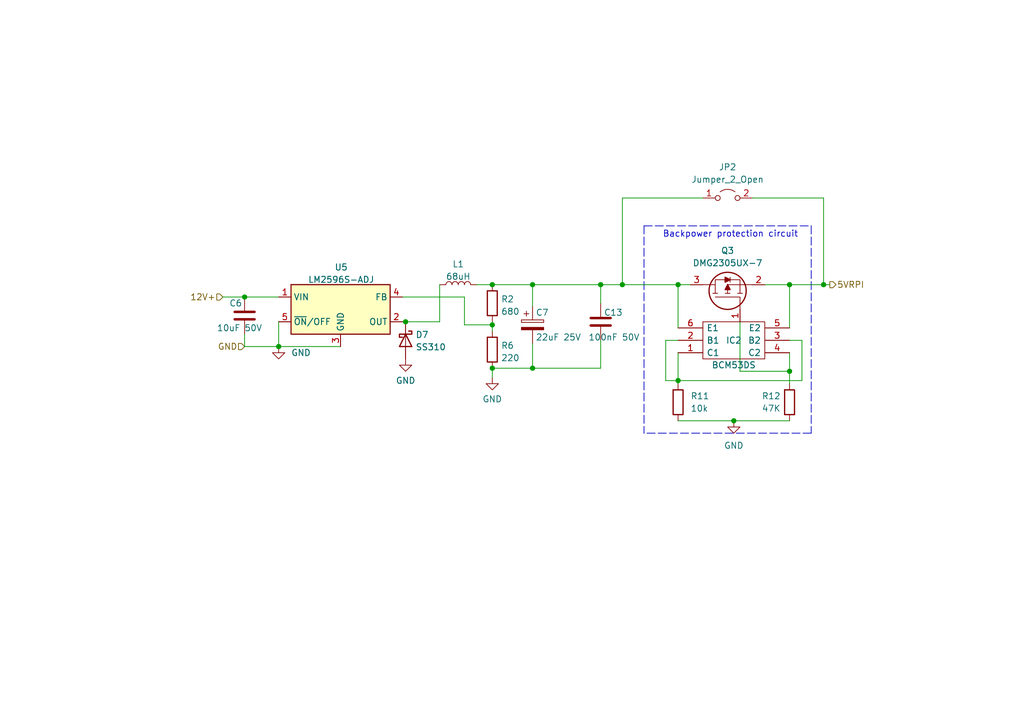
<source format=kicad_sch>
(kicad_sch (version 20211123) (generator eeschema)
  (paper "A5")
  (title_block (title "Rastaban-HAT") (date "2022-11-21") (rev "1.4") (company "HAN") (comment 1 "Casper R. Tak"))
  (lib_symbols
    (symbol "Device:C" (pin_numbers hide) (pin_names (offset 0.254))
      (property "Reference" "C" (at 0.635 2.54 0))
      (property "Value" "C" (at 0.635 -2.54 0))
      (symbol "C_0_1"
        (polyline (pts (xy -2.032 -0.762) (xy 2.032 -0.762)) (stroke (width 0.508)))
        (polyline (pts (xy -2.032 0.762) (xy 2.032 0.762)) (stroke (width 0.508)))
      )
      (symbol "C_1_1"
        (pin passive line (at 0 3.81 270) (length 2.794) (name "~") (number "1"))
        (pin passive line (at 0 -3.81 90) (length 2.794) (name "~") (number "2"))
      )
    )
    (symbol "Device:C_Polarized" (pin_numbers hide) (pin_names (offset 0.254))
      (property "Reference" "C" (at 0.635 2.54 0))
      (property "Value" "C_Polarized" (at 0.635 -2.54 0))
      (symbol "C_Polarized_0_1"
        (rectangle (start -2.286 0.508) (end 2.286 1.016))
        (polyline (pts (xy -1.778 2.286) (xy -0.762 2.286)))
        (polyline (pts (xy -1.27 2.794) (xy -1.27 1.778)))
        (rectangle (start 2.286 -0.508) (end -2.286 -1.016) (fill (type outline)))
      )
      (symbol "C_Polarized_1_1"
        (pin passive line (at 0 3.81 270) (length 2.794) (name "~") (number "1"))
        (pin passive line (at 0 -3.81 90) (length 2.794) (name "~") (number "2"))
      )
    )
    (symbol "Device:D_Schottky" (pin_numbers hide) (pin_names (offset 1.016) hide)
      (property "Reference" "D" (at 0 2.54 0))
      (property "Value" "D_Schottky" (at 0 -2.54 0))
      (symbol "D_Schottky_0_1"
        (polyline (pts (xy 1.27 0) (xy -1.27 0)))
        (polyline (pts (xy 1.27 1.27) (xy 1.27 -1.27) (xy -1.27 0) (xy 1.27 1.27)) (stroke (width 0.254)))
        (polyline (pts (xy -1.905 0.635) (xy -1.905 1.27) (xy -1.27 1.27) (xy -1.27 -1.27) (xy -0.635 -1.27) (xy -0.635 -0.635)) (stroke (width 0.254)))
      )
      (symbol "D_Schottky_1_1"
        (pin passive line (at -3.81 0 0) (length 2.54) (name "K") (number "1"))
        (pin passive line (at 3.81 0 180) (length 2.54) (name "A") (number "2"))
      )
    )
    (symbol "Device:L" (pin_numbers hide) (pin_names (offset 1.016) hide)
      (property "Reference" "L" (at -1.27 0 90))
      (property "Value" "L" (at 1.905 0 90))
      (symbol "L_0_1"
        (arc (start 0 -2.54) (mid 0.635 -1.905) (end 0 -1.27))
        (arc (start 0 -1.27) (mid 0.635 -0.635) (end 0 0))
        (arc (start 0 0) (mid 0.635 0.635) (end 0 1.27))
        (arc (start 0 1.27) (mid 0.635 1.905) (end 0 2.54))
      )
      (symbol "L_1_1"
        (pin passive line (at 0 3.81 270) (length 1.27) (name "1") (number "1"))
        (pin passive line (at 0 -3.81 90) (length 1.27) (name "2") (number "2"))
      )
    )
    (symbol "Device:R" (pin_numbers hide) (pin_names (offset 0))
      (property "Reference" "R" (at 2.032 0 90))
      (property "Value" "R" (at 0 0 90))
      (symbol "R_0_1"
        (rectangle (start -1.016 -2.54) (end 1.016 2.54) (stroke (width 0.254)))
      )
      (symbol "R_1_1"
        (pin passive line (at 0 3.81 270) (length 1.27) (name "~") (number "1"))
        (pin passive line (at 0 -3.81 90) (length 1.27) (name "~") (number "2"))
      )
    )
    (symbol "Jumper:Jumper_2_Open" (pin_names (offset 0) hide)
      (property "Reference" "JP" (at 0 2.794 0))
      (property "Value" "Jumper_2_Open" (at 0 -2.286 0))
      (symbol "Jumper_2_Open_0_0"
        (circle (center -2.032 0) (radius 0.508))
        (circle (center 2.032 0) (radius 0.508))
      )
      (symbol "Jumper_2_Open_0_1"
        (arc (start 1.524 1.27) (mid 0 1.778) (end -1.524 1.27))
      )
      (symbol "Jumper_2_Open_1_1"
        (pin passive line (at -5.08 0 0) (length 2.54) (name "A") (number "1"))
        (pin passive line (at 5.08 0 180) (length 2.54) (name "B") (number "2"))
      )
    )
    (symbol "Regulator_Switching:LM2596S-ADJ"
      (property "Reference" "U" (at -10.16 6.35 0))
      (property "Value" "LM2596S-ADJ" (at 0 6.35 0))
      (symbol "LM2596S-ADJ_0_1"
        (rectangle (start -10.16 5.08) (end 10.16 -5.08) (stroke (width 0.254)) (fill (type background)))
      )
      (symbol "LM2596S-ADJ_1_1"
        (pin power_in line (at -12.7 2.54 0) (length 2.54) (name "VIN") (number "1"))
        (pin output line (at 12.7 -2.54 180) (length 2.54) (name "OUT") (number "2"))
        (pin power_in line (at 0 -7.62 90) (length 2.54) (name "GND") (number "3"))
        (pin input line (at 12.7 2.54 180) (length 2.54) (name "FB") (number "4"))
        (pin input line (at -12.7 -2.54 0) (length 2.54) (name "~{ON}/OFF") (number "5"))
      )
    )
    (symbol "SamacSys_Parts:DMG2305UX-7" (pin_names (offset 0.762))
      (property "Reference" "Q" (at 11.43 3.81 0))
      (property "Value" "DMG2305UX-7" (at 11.43 1.27 0))
      (symbol "DMG2305UX-7_0_0"
        (pin passive line (at 0 0 0) (length 2.54) (name "~") (number "1"))
        (pin passive line (at 7.62 -5.08 90) (length 2.54) (name "~") (number "2"))
        (pin passive line (at 7.62 10.16 270) (length 2.54) (name "~") (number "3"))
      )
      (symbol "DMG2305UX-7_0_1"
        (polyline (pts (xy 5.842 -0.508) (xy 5.842 0.508)) (stroke (width 0.1524)))
        (polyline (pts (xy 5.842 0) (xy 7.62 0)) (stroke (width 0.1524)))
        (polyline (pts (xy 5.842 2.032) (xy 5.842 3.048)) (stroke (width 0.1524)))
        (polyline (pts (xy 5.842 5.588) (xy 5.842 4.572)) (stroke (width 0.1524)))
        (polyline (pts (xy 7.62 2.54) (xy 5.842 2.54)) (stroke (width 0.1524)))
        (polyline (pts (xy 7.62 2.54) (xy 7.62 -2.54)) (stroke (width 0.1524)))
        (polyline (pts (xy 7.62 5.08) (xy 5.842 5.08)) (stroke (width 0.1524)))
        (polyline (pts (xy 7.62 5.08) (xy 7.62 7.62)) (stroke (width 0.1524)))
        (polyline (pts (xy 8.128 2.032) (xy 9.144 2.032)) (stroke (width 0.1524)))
        (polyline (pts (xy 2.54 0) (xy 5.08 0) (xy 5.08 5.08)) (stroke (width 0.1524)))
        (polyline (pts (xy 8.636 2.032) (xy 8.636 0) (xy 7.62 0)) (stroke (width 0.1524)))
        (polyline (pts (xy 8.636 3.048) (xy 8.636 5.08) (xy 7.62 5.08)) (stroke (width 0.1524)))
        (polyline (pts (xy 7.62 2.54) (xy 6.604 3.048) (xy 6.604 2.032) (xy 7.62 2.54)) (stroke (width 0.254)) (fill (type outline)))
        (polyline (pts (xy 8.636 2.032) (xy 8.128 3.048) (xy 9.144 3.048) (xy 8.636 2.032)) (stroke (width 0.254)) (fill (type outline)))
        (circle (center 6.35 2.54) (radius 3.81) (stroke (width 0.254)))
      )
    )
    (symbol "SamacSys_Parts:DMMT5401-7-F" (pin_names (offset 0.762))
      (property "Reference" "IC?" (at 11.43 8.255 0))
      (property "Value" "DMMT5401-7-F" (at 11.43 5.715 0))
      (symbol "DMMT5401-7-F_0_0"
        (pin passive line (at 0 -5.08 0) (length 5.08) (name "C1") (number "1"))
        (pin passive line (at 0 -2.54 0) (length 5.08) (name "B1") (number "2"))
        (pin passive line (at 22.86 -2.54 180) (length 5.08) (name "B2") (number "3"))
        (pin passive line (at 22.86 -5.08 180) (length 5.08) (name "C2") (number "4"))
        (pin passive line (at 22.86 0 180) (length 5.08) (name "E2") (number "5"))
        (pin passive line (at 0 0 0) (length 5.08) (name "E1") (number "6"))
      )
      (symbol "DMMT5401-7-F_0_1"
        (polyline (pts (xy 5.08 1.27) (xy 17.78 1.27) (xy 17.78 -6.35) (xy 5.08 -6.35) (xy 5.08 1.27)) (stroke (width 0.1524)))
      )
    )
    (symbol "power:GND" (power) (pin_names (offset 0))
      (property "Value" "GND" (at 0 -3.81 0))
      (symbol "GND_0_1"
        (polyline (pts (xy 0 0) (xy 0 -1.27) (xy 1.27 -1.27) (xy 0 -2.54) (xy -1.27 -1.27) (xy 0 -1.27)))
      )
      (symbol "GND_1_1"
        (pin power_in line (at 0 0 270) (length 0) hide (name "GND") (number "1"))
      )
    )
  )
  (junction (at 57.15 71.12))
  (junction (at 161.925 76.2))
  (junction (at 109.22 75.565))
  (junction (at 168.91 58.42))
  (junction (at 50.165 60.96))
  (junction (at 139.065 58.42))
  (junction (at 100.965 75.565))
  (junction (at 161.925 58.42))
  (junction (at 123.19 58.42))
  (junction (at 150.495 86.36))
  (junction (at 139.065 78.105))
  (junction (at 100.965 58.42))
  (junction (at 127.635 58.42))
  (junction (at 100.965 66.675))
  (junction (at 83.185 66.04))
  (junction (at 109.22 58.42))
  (wire (pts (xy 82.55 66.04) (xy 83.185 66.04)))
  (wire (pts (xy 123.19 69.85) (xy 123.19 75.565)))
  (wire (pts (xy 50.165 68.58) (xy 50.165 71.12)))
  (wire (pts (xy 164.465 69.85) (xy 164.465 78.105)))
  (wire (pts (xy 97.79 58.42) (xy 100.965 58.42)))
  (wire (pts (xy 100.965 75.565) (xy 109.22 75.565)))
  (wire (pts (xy 95.25 60.96) (xy 95.25 66.675)))
  (wire (pts (xy 100.965 77.47) (xy 100.965 75.565)))
  (wire (pts (xy 82.55 60.96) (xy 95.25 60.96)))
  (wire (pts (xy 156.845 58.42) (xy 161.925 58.42)))
  (wire (pts (xy 144.145 40.64) (xy 127.635 40.64)))
  (wire (pts (xy 151.765 76.2) (xy 161.925 76.2)))
  (wire (pts (xy 90.17 66.04) (xy 90.17 58.42)))
  (wire (pts (xy 123.19 58.42) (xy 127.635 58.42)))
  (wire (pts (xy 50.165 60.96) (xy 57.15 60.96)))
  (wire (pts (xy 150.495 86.36) (xy 161.925 86.36)))
  (wire (pts (xy 139.065 58.42) (xy 139.065 67.31)))
  (wire (pts (xy 136.525 78.105) (xy 139.065 78.105)))
  (wire (pts (xy 57.15 71.12) (xy 57.15 66.04)))
  (wire (pts (xy 100.965 66.675) (xy 100.965 67.945)))
  (wire (pts (xy 139.065 69.85) (xy 136.525 69.85)))
  (polyline (pts (xy 132.08 46.355) (xy 132.08 88.9)))
  (wire (pts (xy 136.525 69.85) (xy 136.525 78.105)))
  (wire (pts (xy 139.065 72.39) (xy 139.065 78.105)))
  (wire (pts (xy 154.305 40.64) (xy 168.91 40.64)))
  (wire (pts (xy 161.925 58.42) (xy 168.91 58.42)))
  (polyline (pts (xy 166.37 88.9) (xy 132.08 88.9)))
  (wire (pts (xy 168.91 58.42) (xy 170.18 58.42)))
  (wire (pts (xy 109.22 62.865) (xy 109.22 58.42)))
  (wire (pts (xy 100.965 58.42) (xy 109.22 58.42)))
  (wire (pts (xy 139.065 86.36) (xy 150.495 86.36)))
  (wire (pts (xy 151.765 66.04) (xy 151.765 76.2)))
  (wire (pts (xy 161.925 58.42) (xy 161.925 67.31)))
  (wire (pts (xy 69.85 71.12) (xy 57.15 71.12)))
  (wire (pts (xy 100.965 66.04) (xy 100.965 66.675)))
  (wire (pts (xy 50.165 71.12) (xy 57.15 71.12)))
  (wire (pts (xy 127.635 40.64) (xy 127.635 58.42)))
  (wire (pts (xy 161.925 76.2) (xy 161.925 78.74)))
  (wire (pts (xy 109.22 70.485) (xy 109.22 75.565)))
  (wire (pts (xy 123.19 58.42) (xy 123.19 62.23)))
  (wire (pts (xy 45.72 60.96) (xy 50.165 60.96)))
  (wire (pts (xy 161.925 69.85) (xy 164.465 69.85)))
  (wire (pts (xy 127.635 58.42) (xy 139.065 58.42)))
  (wire (pts (xy 161.925 72.39) (xy 161.925 76.2)))
  (wire (pts (xy 109.22 75.565) (xy 123.19 75.565)))
  (wire (pts (xy 95.25 66.675) (xy 100.965 66.675)))
  (wire (pts (xy 139.065 58.42) (xy 141.605 58.42)))
  (polyline (pts (xy 132.08 46.355) (xy 166.37 46.355)))
  (polyline (pts (xy 166.37 46.355) (xy 166.37 88.9)))
  (wire (pts (xy 139.065 78.105) (xy 139.065 78.74)))
  (wire (pts (xy 83.185 66.04) (xy 90.17 66.04)))
  (wire (pts (xy 164.465 78.105) (xy 139.065 78.105)))
  (wire (pts (xy 109.22 58.42) (xy 123.19 58.42)))
  (wire (pts (xy 168.91 40.64) (xy 168.91 58.42)))
  (text "Backpower protection circuit" (at 135.89 48.895 0) (effects (font (size 1.27 1.27)) (justify left bottom)))
  (hierarchical_label "5VRPI" (shape output) (at 170.18 58.42 0))
  (hierarchical_label "12V+" (shape input) (at 45.72 60.96 180))
  (hierarchical_label "GND" (shape input) (at 50.165 71.12 180))
  (symbol (lib_id "Device:C_Polarized") (at 109.22 66.675 0) (unit 1)
    (property "Reference" "C7" (at 109.855 64.135 0) (effects (justify left)))
    (property "Value" "22uF 25V" (at 109.855 69.215 0) (effects (justify left)))
    (property "Footprint" "Capacitor_SMD:C_0805_2012Metric_Pad1.18x1.45mm_HandSolder" (effects hide))
    (property "LCSC" "C5155340" (effects hide))
  )
  (symbol (lib_id "power:GND") (at 83.185 73.66 0) (unit 1)
    (property "Reference" "#PWR0105" (effects hide))
    (property "Value" "GND" (at 83.185 78.1034 0))
  )
  (symbol (lib_id "power:GND") (at 100.965 77.47 0) (unit 1)
    (property "Reference" "#PWR0103" (effects hide))
    (property "Value" "GND" (at 100.965 81.9134 0))
  )
  (symbol (lib_id "Device:R") (at 161.925 82.55 0) (unit 1)
    (property "Reference" "R12" (at 156.21 81.28 0) (effects (justify left)))
    (property "Value" "47K" (at 156.21 83.82 0) (effects (justify left)))
    (property "Footprint" "Resistor_SMD:R_0805_2012Metric_Pad1.20x1.40mm_HandSolder" (effects hide))
    (property "LCSC" "C102018" (effects hide))
  )
  (symbol (lib_id "SamacSys_Parts:DMG2305UX-7") (at 151.765 66.04 90) (unit 1)
    (property "Reference" "Q3" (at 149.225 51.435 90))
    (property "Value" "DMG2305UX-7" (at 149.225 53.975 90))
    (property "Footprint" "Package_TO_SOT_SMD:SOT-23" (effects hide))
    (property "Datasheet" "https://www.diodes.com/assets/Datasheets/DMG2305UX.pdf" (effects hide))
    (property "Description" "MOSFET P-Ch 20V 5A Enhancement SOT23 Diodes Inc DMG2305UX-7 P-channel MOSFET Transistor, -3.3 A, -20 V, 3-Pin SOT-23" (effects hide))
    (property "LCSC" "C2940629" (effects hide))
    (property "Mouser" "621-DMG2305UX-7" (effects hide))
  )
  (symbol (lib_id "Device:R") (at 139.065 82.55 0) (unit 1)
    (property "Reference" "R11" (at 141.605 81.2799 0) (effects (justify left)))
    (property "Value" "10k" (at 141.605 83.8199 0) (effects (justify left)))
    (property "Footprint" "Resistor_SMD:R_0805_2012Metric_Pad1.20x1.40mm_HandSolder" (effects hide))
    (property "LCSC" "C5140188" (effects hide))
  )
  (symbol (lib_id "Jumper:Jumper_2_Open") (at 149.225 40.64 0) (unit 1)
    (property "Reference" "JP2" (at 149.225 34.29 0))
    (property "Value" "Jumper_2_Open" (at 149.225 36.83 0))
    (property "Footprint" "Jumper:SolderJumper-2_P1.3mm_Open_RoundedPad1.0x1.5mm" (effects hide))
  )
  (symbol (lib_id "Device:C") (at 50.165 64.77 0) (unit 1)
    (property "Reference" "C6" (at 46.99 62.23 0) (effects (justify left)))
    (property "Value" "10uF 50V" (at 44.45 67.31 0) (effects (justify left)))
    (property "Footprint" "Capacitor_SMD:C_0805_2012Metric_Pad1.18x1.45mm_HandSolder" (effects hide))
    (property "LCSC" "C17024" (effects hide))
  )
  (symbol (lib_id "power:GND") (at 150.495 86.36 0) (unit 1)
    (property "Reference" "#PWR021" (effects hide))
    (property "Value" "GND" (at 150.495 91.44 0))
  )
  (symbol (lib_id "Device:C") (at 123.19 66.04 180) (unit 1)
    (property "Reference" "C13" (at 123.825 64.135 0) (effects (justify right)))
    (property "Value" "100nF 50V" (at 120.65 69.215 0) (effects (justify right)))
    (property "Footprint" "Capacitor_SMD:C_0805_2012Metric_Pad1.18x1.45mm_HandSolder" (effects hide))
    (property "LCSC" "C476766" (effects hide))
  )
  (symbol (lib_id "power:GND") (at 57.15 71.12 0) (mirror y) (unit 1)
    (property "Reference" "#PWR0104" (effects hide))
    (property "Value" "GND" (at 59.69 72.3899 0) (effects (justify right)))
  )
  (symbol (lib_id "Device:D_Schottky") (at 83.185 69.85 270) (unit 1)
    (property "Reference" "D7" (at 85.217 68.6978 90) (effects (justify left)))
    (property "Value" "SS310" (at 85.217 71.2347 90) (effects (justify left)))
    (property "Footprint" "SamacSys_Parts:SOD2512X110N" (effects hide))
  )
  (symbol (lib_id "Regulator_Switching:LM2596S-ADJ") (at 69.85 63.5 0) (unit 1)
    (property "Reference" "U5" (at 69.977 54.8472 0))
    (property "Value" "LM2596S-ADJ" (at 69.977 57.3841 0))
    (property "Footprint" "Package_TO_SOT_SMD:TO-263-5_TabPin3" (effects hide))
    (property "Datasheet" "http://www.ti.com/lit/ds/symlink/lm2596.pdf" (effects hide))
  )
  (symbol (lib_id "Device:L") (at 93.98 58.42 90) (unit 1)
    (property "Reference" "L1" (at 93.98 54.2122 90))
    (property "Value" "68uH" (at 93.98 56.7491 90))
    (property "Footprint" "Inductor_SMD:L_Bourns-SRU8028_8.0x8.0mm" (effects hide))
    (property "LCSC" "C82571" (effects hide))
  )
  (symbol (lib_id "SamacSys_Parts:DMMT5401-7-F") (at 139.065 67.31 0) (unit 1)
    (property "Reference" "IC2" (at 150.495 69.85 0))
    (property "Value" "BCM53DS" (at 150.495 74.93 0))
    (property "Footprint" "SamacSys_Parts:SOT95P280X145-6N" (effects hide))
    (property "Datasheet" "https://nl.mouser.com/datasheet/2/916/BCM53DS-1370670.pdf" (effects hide))
    (property "Description" "80 V, 1 A PNP/PNP matched double transistors" (effects hide))
    (property "Mouser Part Number" "771-BCM53DSF" (effects hide))
    (property "Purpose" "Dual PNP small signal transistor" (effects hide))
    (property "Mouser" "771-BCM53DSF" (effects hide))
  )
  (symbol (lib_id "Device:R") (at 100.965 71.755 0) (unit 1)
    (property "Reference" "R6" (at 102.743 70.9203 0) (effects (justify left)))
    (property "Value" "220" (at 102.743 73.4572 0) (effects (justify left)))
    (property "Footprint" "Resistor_SMD:R_0805_2012Metric_Pad1.20x1.40mm_HandSolder" (effects hide))
  )
  (symbol (lib_id "Device:R") (at 100.965 62.23 0) (unit 1)
    (property "Reference" "R2" (at 102.743 61.3953 0) (effects (justify left)))
    (property "Value" "680" (at 102.743 63.9322 0) (effects (justify left)))
    (property "Footprint" "Resistor_SMD:R_0805_2012Metric_Pad1.20x1.40mm_HandSolder" (effects hide))
  )
)
</source>
